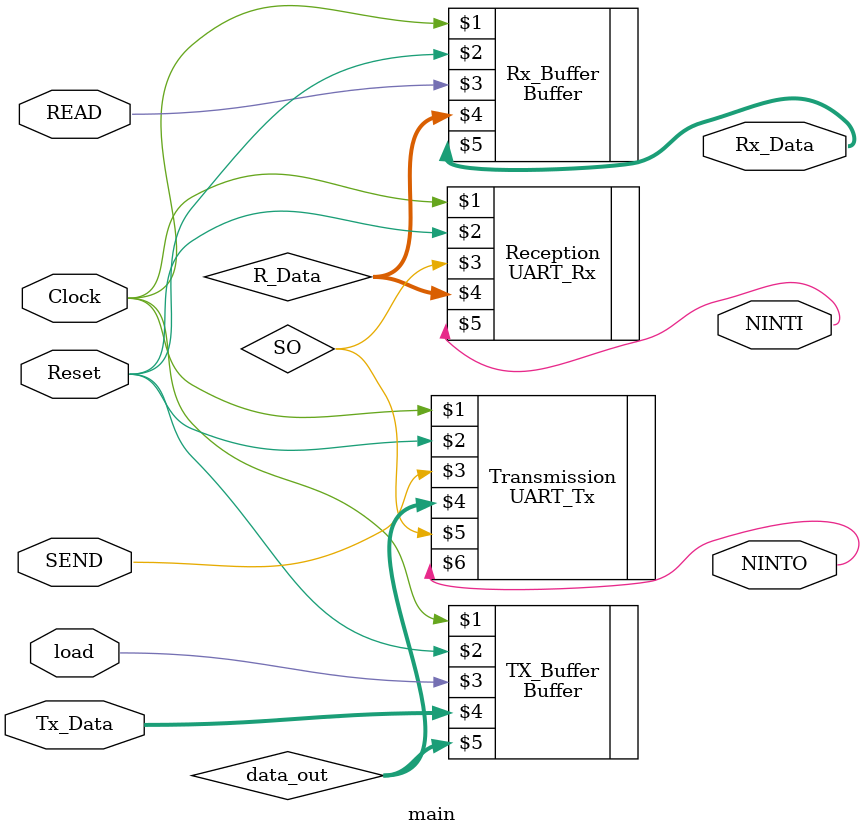
<source format=v>
module main (Clock,Reset,load,SEND,READ,Tx_Data,NINTO,NINTI,Rx_Data);

input Clock,Reset,SEND,load,READ;
input [7:0] Tx_Data;
output [7:0] Rx_Data;
output NINTI,NINTO;

wire SO;
wire [7:0] data_out,R_Data;
Buffer TX_Buffer (Clock,Reset,load,Tx_Data,data_out);
UART_Tx Transmission(Clock, Reset, SEND, data_out, SO, NINTO); 
UART_Rx Reception(Clock,Reset,SO,R_Data, NINTI); 
Buffer Rx_Buffer (Clock,Reset,READ,R_Data,Rx_Data);

endmodule

</source>
